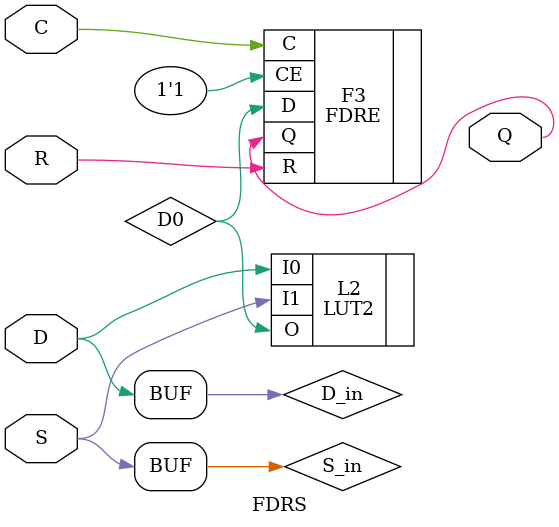
<source format=v>


`timescale  1 ps / 1 ps

module FDRS (Q, C, D, R, S);

    parameter [0:0] INIT = 1'b0;
    parameter [0:0] IS_C_INVERTED = 1'b0;
    parameter [0:0] IS_D_INVERTED = 1'b0;
    parameter [0:0] IS_R_INVERTED = 1'b0;
    parameter [0:0] IS_S_INVERTED = 1'b0;

    output Q;

    input  C, D, R, S;

    wire Q;
    wire D0;
    wire D_in;
    wire S_in;

    assign D_in = IS_D_INVERTED ^ D;
    assign S_in = IS_S_INVERTED ^ S;

    LUT2 #(.INIT(4'hE)) L2 (.O(D0), .I0(D_in), .I1(S_in)); 
    FDRE #(.INIT(INIT), .IS_C_INVERTED(IS_C_INVERTED), .IS_R_INVERTED(IS_R_INVERTED)) F3 (.Q(Q), .C(C), .CE(1'b1), .D(D0), .R(R));
endmodule




</source>
